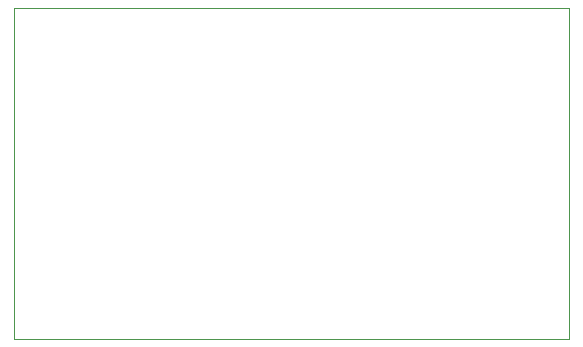
<source format=gbr>
%TF.GenerationSoftware,Altium Limited,Altium Designer,20.1.8 (145)*%
G04 Layer_Color=0*
%FSLAX45Y45*%
%MOMM*%
%TF.SameCoordinates,2300FDCC-ED38-457A-842E-A9769F27D6F2*%
%TF.FilePolarity,Positive*%
%TF.FileFunction,Profile,NP*%
%TF.Part,Single*%
G01*
G75*
%TA.AperFunction,Profile*%
%ADD49C,0.02540*%
D49*
X0Y0D02*
Y2800000D01*
X4700000D01*
Y0D01*
X0D01*
%TF.MD5,4b824e06db55b88c7f095fd06ab3099e*%
M02*

</source>
